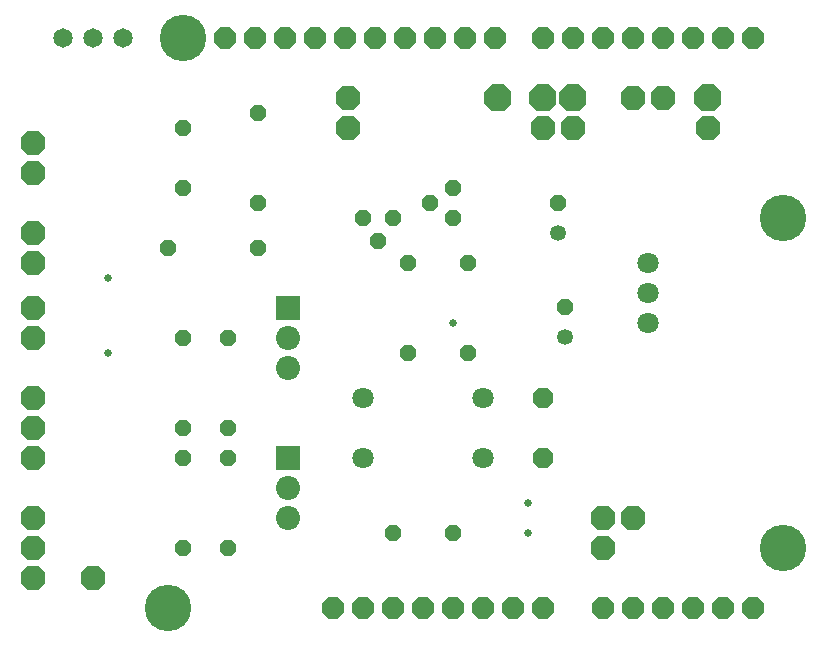
<source format=gbr>
G04 EAGLE Gerber RS-274X export*
G75*
%MOMM*%
%FSLAX34Y34*%
%LPD*%
%INSoldermask Bottom*%
%IPPOS*%
%AMOC8*
5,1,8,0,0,1.08239X$1,22.5*%
G01*
%ADD10C,3.937000*%
%ADD11P,1.457113X8X22.500000*%
%ADD12P,1.457113X8X112.500000*%
%ADD13P,1.457113X8X292.500000*%
%ADD14P,1.951982X8X22.500000*%
%ADD15P,1.457113X8X202.500000*%
%ADD16C,1.346200*%
%ADD17C,1.803400*%
%ADD18P,2.474344X8X22.500000*%
%ADD19P,1.869504X8X22.500000*%
%ADD20R,2.047000X2.047000*%
%ADD21C,2.047000*%
%ADD22P,2.226909X8X22.500000*%
%ADD23C,1.651000*%
%ADD24C,0.652000*%


D10*
X-660400Y520700D03*
X-152400Y368300D03*
X-152400Y88900D03*
X-673100Y38100D03*
D11*
X-673100Y342900D03*
X-596900Y342900D03*
D12*
X-469900Y254000D03*
X-469900Y330200D03*
D13*
X-596900Y457200D03*
X-596900Y381000D03*
D14*
X-279400Y520700D03*
X-304800Y38100D03*
X-254000Y520700D03*
X-228600Y520700D03*
X-203200Y520700D03*
X-177800Y520700D03*
X-304800Y520700D03*
X-330200Y520700D03*
X-355600Y520700D03*
X-396240Y520700D03*
X-421640Y520700D03*
X-447040Y520700D03*
X-472440Y520700D03*
X-497840Y520700D03*
X-523240Y520700D03*
X-548640Y520700D03*
X-574040Y520700D03*
X-279400Y38100D03*
X-254000Y38100D03*
X-228600Y38100D03*
X-203200Y38100D03*
X-177800Y38100D03*
X-355600Y38100D03*
X-381000Y38100D03*
X-406400Y38100D03*
X-431800Y38100D03*
X-457200Y38100D03*
X-482600Y38100D03*
X-599440Y520700D03*
X-624840Y520700D03*
X-508000Y38100D03*
X-533400Y38100D03*
D12*
X-660400Y393700D03*
X-660400Y444500D03*
D15*
X-431800Y101600D03*
X-482600Y101600D03*
D12*
X-342900Y381000D03*
D16*
X-342900Y355600D03*
D12*
X-336550Y293370D03*
D16*
X-336550Y267970D03*
D12*
X-622300Y88900D03*
X-622300Y165100D03*
D13*
X-660400Y165100D03*
X-660400Y88900D03*
D17*
X-508000Y215900D03*
X-406400Y215900D03*
D13*
X-419100Y330200D03*
X-419100Y254000D03*
D15*
X-508000Y368300D03*
X-495300Y349250D03*
X-482600Y368300D03*
D12*
X-431800Y393700D03*
X-450850Y381000D03*
X-431800Y368300D03*
D18*
X-393700Y469900D03*
X-215900Y469900D03*
X-330200Y469900D03*
D19*
X-355600Y215900D03*
X-355600Y165100D03*
D17*
X-266700Y330200D03*
X-266700Y304800D03*
X-266700Y279400D03*
D20*
X-571500Y292100D03*
D21*
X-571500Y266700D03*
X-571500Y241300D03*
D13*
X-622300Y266700D03*
X-622300Y190500D03*
D12*
X-660400Y190500D03*
X-660400Y266700D03*
D17*
X-508000Y165100D03*
X-406400Y165100D03*
D18*
X-355600Y469900D03*
D20*
X-571500Y165100D03*
D21*
X-571500Y139700D03*
X-571500Y114300D03*
D22*
X-787400Y165100D03*
D23*
X-762000Y520700D03*
X-736600Y520700D03*
X-711200Y520700D03*
D22*
X-787400Y215900D03*
X-787400Y190500D03*
X-787400Y63500D03*
X-787400Y88900D03*
X-254000Y469900D03*
X-279400Y469900D03*
X-520700Y469900D03*
X-520700Y444500D03*
X-304800Y114300D03*
X-279400Y114300D03*
X-787400Y114300D03*
X-304800Y88900D03*
X-736600Y63500D03*
X-787400Y292100D03*
X-787400Y266700D03*
X-787400Y355600D03*
X-787400Y330200D03*
X-787400Y406400D03*
X-787400Y431800D03*
X-330200Y444500D03*
X-355600Y444500D03*
X-215900Y444500D03*
D24*
X-368300Y127000D03*
X-431800Y279400D03*
X-723900Y254000D03*
X-723900Y317500D03*
X-368300Y101600D03*
M02*

</source>
